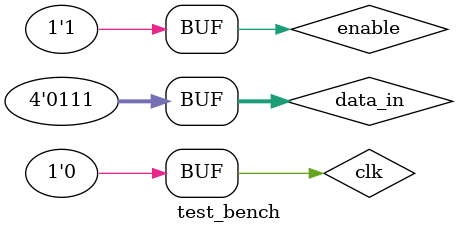
<source format=v>
`timescale 1ns / 1ps

module test_bench;
	reg clk;
	reg enable;
	reg [3:0] data_in;
	wire [3:0] data_out;
	//reg [2:0] count;

initial begin 
   	clk = 1'b0;
		data_in = 4'b0000;
		enable = 1'b1;
		//count = 3'b000;
end

top uut (
	.clk(clk), 
	.enable(enable),
	.data_in(data_in), 
	.data_out(data_out)
);

always
begin
    	#0.001 clk = 1'b1;
    	#0.001 clk = 1'b0;
end

/*always@(negedge clk)
begin
		count = count + 3'b001;
end*/

initial 
begin
	#0.002 data_in = 4'b0001;
	#0.002 data_in = 4'b0010;
	#0.002 data_in = 4'b0011;
	#0.002 data_in = 4'b0100;
	#0.002 data_in = 4'b0101;
	#0.002 data_in = 4'b0110;
	#0.002 data_in = 4'b0111;
end

endmodule

</source>
